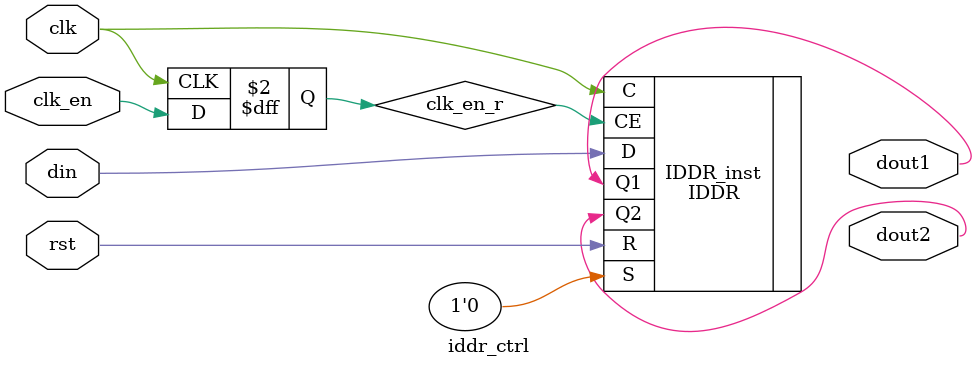
<source format=v>
module iddr_ctrl(
   input       clk      ,//系统时钟信号；
   input       rst      ,//系统复位信号，高电平有效；

   input       clk_en   ,//时钟使能信号；
   input       din      ,//输入数据；
   output      dout1    ,//输出数据
   output      dout2    
); 
   reg         clk_en_r ;
   //(* IOB = "TRUE" *)reg clk_en_r ;//将clk_en_r放在ILOGICE中；

   //将clk_en打拍，用于验证IOB原语是否有效；
   always@(posedge clk)begin
      clk_en_r <= clk_en;
   end

   //例化IDDR原语
   IDDR #(
      .DDR_CLK_EDGE  ("SAME_EDGE_PIPELINED"  ),// "OPPOSITE_EDGE", "SAME_EDGE" or "SAME_EDGE_PIPELINED" 
      .INIT_Q1       (1'b0                   ),// Initial value of Q1: 1'b0 or 1'b1
      .INIT_Q2       (1'b0                   ),// Initial value of Q2: 1'b0 or 1'b1
      .SRTYPE        ("SYNC"                 ) // Set/Reset type: "SYNC" or "ASYNC" 
   ) 
   IDDR_inst (
      .Q1   (dout1   ),// 1-bit output for positive edge of clock
      .Q2   (dout2   ),// 1-bit output for negative edge of clock
      .C    (clk     ),// 1-bit clock input
      .CE   (clk_en_r),// 1-bit clock enable input
      .D    (din     ),// 1-bit DDR data input
      .R    (rst     ),// 1-bit reset
      .S    (1'b0    ) // 1-bit set
   );

endmodule
</source>
